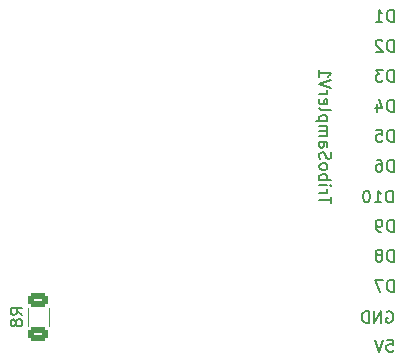
<source format=gbo>
G04 #@! TF.GenerationSoftware,KiCad,Pcbnew,6.0.2+dfsg-1*
G04 #@! TF.CreationDate,2023-08-17T23:32:23+01:00*
G04 #@! TF.ProjectId,TriboeletricSampler,54726962-6f65-46c6-9574-72696353616d,rev?*
G04 #@! TF.SameCoordinates,Original*
G04 #@! TF.FileFunction,Legend,Bot*
G04 #@! TF.FilePolarity,Positive*
%FSLAX46Y46*%
G04 Gerber Fmt 4.6, Leading zero omitted, Abs format (unit mm)*
G04 Created by KiCad (PCBNEW 6.0.2+dfsg-1) date 2023-08-17 23:32:23*
%MOMM*%
%LPD*%
G01*
G04 APERTURE LIST*
G04 Aperture macros list*
%AMRoundRect*
0 Rectangle with rounded corners*
0 $1 Rounding radius*
0 $2 $3 $4 $5 $6 $7 $8 $9 X,Y pos of 4 corners*
0 Add a 4 corners polygon primitive as box body*
4,1,4,$2,$3,$4,$5,$6,$7,$8,$9,$2,$3,0*
0 Add four circle primitives for the rounded corners*
1,1,$1+$1,$2,$3*
1,1,$1+$1,$4,$5*
1,1,$1+$1,$6,$7*
1,1,$1+$1,$8,$9*
0 Add four rect primitives between the rounded corners*
20,1,$1+$1,$2,$3,$4,$5,0*
20,1,$1+$1,$4,$5,$6,$7,0*
20,1,$1+$1,$6,$7,$8,$9,0*
20,1,$1+$1,$8,$9,$2,$3,0*%
G04 Aperture macros list end*
%ADD10C,0.150000*%
%ADD11C,0.120000*%
%ADD12R,1.130000X1.130000*%
%ADD13C,1.130000*%
%ADD14R,1.700000X1.700000*%
%ADD15O,1.700000X1.700000*%
%ADD16R,1.358000X1.358000*%
%ADD17C,1.358000*%
%ADD18RoundRect,0.250000X-0.625000X0.312500X-0.625000X-0.312500X0.625000X-0.312500X0.625000X0.312500X0*%
G04 APERTURE END LIST*
D10*
X201398095Y-76652380D02*
X201398095Y-75652380D01*
X201160000Y-75652380D01*
X201017142Y-75700000D01*
X200921904Y-75795238D01*
X200874285Y-75890476D01*
X200826666Y-76080952D01*
X200826666Y-76223809D01*
X200874285Y-76414285D01*
X200921904Y-76509523D01*
X201017142Y-76604761D01*
X201160000Y-76652380D01*
X201398095Y-76652380D01*
X199969523Y-75652380D02*
X200160000Y-75652380D01*
X200255238Y-75700000D01*
X200302857Y-75747619D01*
X200398095Y-75890476D01*
X200445714Y-76080952D01*
X200445714Y-76461904D01*
X200398095Y-76557142D01*
X200350476Y-76604761D01*
X200255238Y-76652380D01*
X200064761Y-76652380D01*
X199969523Y-76604761D01*
X199921904Y-76557142D01*
X199874285Y-76461904D01*
X199874285Y-76223809D01*
X199921904Y-76128571D01*
X199969523Y-76080952D01*
X200064761Y-76033333D01*
X200255238Y-76033333D01*
X200350476Y-76080952D01*
X200398095Y-76128571D01*
X200445714Y-76223809D01*
X201398095Y-86812380D02*
X201398095Y-85812380D01*
X201160000Y-85812380D01*
X201017142Y-85860000D01*
X200921904Y-85955238D01*
X200874285Y-86050476D01*
X200826666Y-86240952D01*
X200826666Y-86383809D01*
X200874285Y-86574285D01*
X200921904Y-86669523D01*
X201017142Y-86764761D01*
X201160000Y-86812380D01*
X201398095Y-86812380D01*
X200493333Y-85812380D02*
X199826666Y-85812380D01*
X200255238Y-86812380D01*
X201398095Y-66492380D02*
X201398095Y-65492380D01*
X201160000Y-65492380D01*
X201017142Y-65540000D01*
X200921904Y-65635238D01*
X200874285Y-65730476D01*
X200826666Y-65920952D01*
X200826666Y-66063809D01*
X200874285Y-66254285D01*
X200921904Y-66349523D01*
X201017142Y-66444761D01*
X201160000Y-66492380D01*
X201398095Y-66492380D01*
X200445714Y-65587619D02*
X200398095Y-65540000D01*
X200302857Y-65492380D01*
X200064761Y-65492380D01*
X199969523Y-65540000D01*
X199921904Y-65587619D01*
X199874285Y-65682857D01*
X199874285Y-65778095D01*
X199921904Y-65920952D01*
X200493333Y-66492380D01*
X199874285Y-66492380D01*
X201398095Y-63952380D02*
X201398095Y-62952380D01*
X201160000Y-62952380D01*
X201017142Y-63000000D01*
X200921904Y-63095238D01*
X200874285Y-63190476D01*
X200826666Y-63380952D01*
X200826666Y-63523809D01*
X200874285Y-63714285D01*
X200921904Y-63809523D01*
X201017142Y-63904761D01*
X201160000Y-63952380D01*
X201398095Y-63952380D01*
X199874285Y-63952380D02*
X200445714Y-63952380D01*
X200160000Y-63952380D02*
X200160000Y-62952380D01*
X200255238Y-63095238D01*
X200350476Y-63190476D01*
X200445714Y-63238095D01*
X201398095Y-84272380D02*
X201398095Y-83272380D01*
X201160000Y-83272380D01*
X201017142Y-83320000D01*
X200921904Y-83415238D01*
X200874285Y-83510476D01*
X200826666Y-83700952D01*
X200826666Y-83843809D01*
X200874285Y-84034285D01*
X200921904Y-84129523D01*
X201017142Y-84224761D01*
X201160000Y-84272380D01*
X201398095Y-84272380D01*
X200255238Y-83700952D02*
X200350476Y-83653333D01*
X200398095Y-83605714D01*
X200445714Y-83510476D01*
X200445714Y-83462857D01*
X200398095Y-83367619D01*
X200350476Y-83320000D01*
X200255238Y-83272380D01*
X200064761Y-83272380D01*
X199969523Y-83320000D01*
X199921904Y-83367619D01*
X199874285Y-83462857D01*
X199874285Y-83510476D01*
X199921904Y-83605714D01*
X199969523Y-83653333D01*
X200064761Y-83700952D01*
X200255238Y-83700952D01*
X200350476Y-83748571D01*
X200398095Y-83796190D01*
X200445714Y-83891428D01*
X200445714Y-84081904D01*
X200398095Y-84177142D01*
X200350476Y-84224761D01*
X200255238Y-84272380D01*
X200064761Y-84272380D01*
X199969523Y-84224761D01*
X199921904Y-84177142D01*
X199874285Y-84081904D01*
X199874285Y-83891428D01*
X199921904Y-83796190D01*
X199969523Y-83748571D01*
X200064761Y-83700952D01*
X200850476Y-90892380D02*
X201326666Y-90892380D01*
X201374285Y-91368571D01*
X201326666Y-91320952D01*
X201231428Y-91273333D01*
X200993333Y-91273333D01*
X200898095Y-91320952D01*
X200850476Y-91368571D01*
X200802857Y-91463809D01*
X200802857Y-91701904D01*
X200850476Y-91797142D01*
X200898095Y-91844761D01*
X200993333Y-91892380D01*
X201231428Y-91892380D01*
X201326666Y-91844761D01*
X201374285Y-91797142D01*
X200517142Y-90892380D02*
X200183809Y-91892380D01*
X199850476Y-90892380D01*
X201315864Y-79275293D02*
X201315864Y-78275293D01*
X201077769Y-78275293D01*
X200934912Y-78322913D01*
X200839674Y-78418151D01*
X200792055Y-78513389D01*
X200744436Y-78703865D01*
X200744436Y-78846722D01*
X200792055Y-79037198D01*
X200839674Y-79132436D01*
X200934912Y-79227674D01*
X201077769Y-79275293D01*
X201315864Y-79275293D01*
X199792055Y-79275293D02*
X200363483Y-79275293D01*
X200077769Y-79275293D02*
X200077769Y-78275293D01*
X200173007Y-78418151D01*
X200268245Y-78513389D01*
X200363483Y-78561008D01*
X199173007Y-78275293D02*
X199077769Y-78275293D01*
X198982531Y-78322913D01*
X198934912Y-78370532D01*
X198887293Y-78465770D01*
X198839674Y-78656246D01*
X198839674Y-78894341D01*
X198887293Y-79084817D01*
X198934912Y-79180055D01*
X198982531Y-79227674D01*
X199077769Y-79275293D01*
X199173007Y-79275293D01*
X199268245Y-79227674D01*
X199315864Y-79180055D01*
X199363483Y-79084817D01*
X199411102Y-78894341D01*
X199411102Y-78656246D01*
X199363483Y-78465770D01*
X199315864Y-78370532D01*
X199268245Y-78322913D01*
X199173007Y-78275293D01*
X196127619Y-79350476D02*
X196127619Y-78779047D01*
X195127619Y-79064761D02*
X196127619Y-79064761D01*
X195127619Y-78445714D02*
X195794285Y-78445714D01*
X195603809Y-78445714D02*
X195699047Y-78398095D01*
X195746666Y-78350476D01*
X195794285Y-78255238D01*
X195794285Y-78160000D01*
X195127619Y-77826666D02*
X195794285Y-77826666D01*
X196127619Y-77826666D02*
X196080000Y-77874285D01*
X196032380Y-77826666D01*
X196080000Y-77779047D01*
X196127619Y-77826666D01*
X196032380Y-77826666D01*
X195127619Y-77350476D02*
X196127619Y-77350476D01*
X195746666Y-77350476D02*
X195794285Y-77255238D01*
X195794285Y-77064761D01*
X195746666Y-76969523D01*
X195699047Y-76921904D01*
X195603809Y-76874285D01*
X195318095Y-76874285D01*
X195222857Y-76921904D01*
X195175238Y-76969523D01*
X195127619Y-77064761D01*
X195127619Y-77255238D01*
X195175238Y-77350476D01*
X195127619Y-76302857D02*
X195175238Y-76398095D01*
X195222857Y-76445714D01*
X195318095Y-76493333D01*
X195603809Y-76493333D01*
X195699047Y-76445714D01*
X195746666Y-76398095D01*
X195794285Y-76302857D01*
X195794285Y-76160000D01*
X195746666Y-76064761D01*
X195699047Y-76017142D01*
X195603809Y-75969523D01*
X195318095Y-75969523D01*
X195222857Y-76017142D01*
X195175238Y-76064761D01*
X195127619Y-76160000D01*
X195127619Y-76302857D01*
X195175238Y-75588571D02*
X195127619Y-75445714D01*
X195127619Y-75207619D01*
X195175238Y-75112380D01*
X195222857Y-75064761D01*
X195318095Y-75017142D01*
X195413333Y-75017142D01*
X195508571Y-75064761D01*
X195556190Y-75112380D01*
X195603809Y-75207619D01*
X195651428Y-75398095D01*
X195699047Y-75493333D01*
X195746666Y-75540952D01*
X195841904Y-75588571D01*
X195937142Y-75588571D01*
X196032380Y-75540952D01*
X196080000Y-75493333D01*
X196127619Y-75398095D01*
X196127619Y-75160000D01*
X196080000Y-75017142D01*
X195127619Y-74160000D02*
X195651428Y-74160000D01*
X195746666Y-74207619D01*
X195794285Y-74302857D01*
X195794285Y-74493333D01*
X195746666Y-74588571D01*
X195175238Y-74160000D02*
X195127619Y-74255238D01*
X195127619Y-74493333D01*
X195175238Y-74588571D01*
X195270476Y-74636190D01*
X195365714Y-74636190D01*
X195460952Y-74588571D01*
X195508571Y-74493333D01*
X195508571Y-74255238D01*
X195556190Y-74160000D01*
X195127619Y-73683809D02*
X195794285Y-73683809D01*
X195699047Y-73683809D02*
X195746666Y-73636190D01*
X195794285Y-73540952D01*
X195794285Y-73398095D01*
X195746666Y-73302857D01*
X195651428Y-73255238D01*
X195127619Y-73255238D01*
X195651428Y-73255238D02*
X195746666Y-73207619D01*
X195794285Y-73112380D01*
X195794285Y-72969523D01*
X195746666Y-72874285D01*
X195651428Y-72826666D01*
X195127619Y-72826666D01*
X195794285Y-72350476D02*
X194794285Y-72350476D01*
X195746666Y-72350476D02*
X195794285Y-72255238D01*
X195794285Y-72064761D01*
X195746666Y-71969523D01*
X195699047Y-71921904D01*
X195603809Y-71874285D01*
X195318095Y-71874285D01*
X195222857Y-71921904D01*
X195175238Y-71969523D01*
X195127619Y-72064761D01*
X195127619Y-72255238D01*
X195175238Y-72350476D01*
X195127619Y-71302857D02*
X195175238Y-71398095D01*
X195270476Y-71445714D01*
X196127619Y-71445714D01*
X195175238Y-70540952D02*
X195127619Y-70636190D01*
X195127619Y-70826666D01*
X195175238Y-70921904D01*
X195270476Y-70969523D01*
X195651428Y-70969523D01*
X195746666Y-70921904D01*
X195794285Y-70826666D01*
X195794285Y-70636190D01*
X195746666Y-70540952D01*
X195651428Y-70493333D01*
X195556190Y-70493333D01*
X195460952Y-70969523D01*
X195127619Y-70064761D02*
X195794285Y-70064761D01*
X195603809Y-70064761D02*
X195699047Y-70017142D01*
X195746666Y-69969523D01*
X195794285Y-69874285D01*
X195794285Y-69779047D01*
X196127619Y-69588571D02*
X195127619Y-69255238D01*
X196127619Y-68921904D01*
X195127619Y-68064761D02*
X195127619Y-68636190D01*
X195127619Y-68350476D02*
X196127619Y-68350476D01*
X195984761Y-68445714D01*
X195889523Y-68540952D01*
X195841904Y-68636190D01*
X201398095Y-81732380D02*
X201398095Y-80732380D01*
X201160000Y-80732380D01*
X201017142Y-80780000D01*
X200921904Y-80875238D01*
X200874285Y-80970476D01*
X200826666Y-81160952D01*
X200826666Y-81303809D01*
X200874285Y-81494285D01*
X200921904Y-81589523D01*
X201017142Y-81684761D01*
X201160000Y-81732380D01*
X201398095Y-81732380D01*
X200350476Y-81732380D02*
X200160000Y-81732380D01*
X200064761Y-81684761D01*
X200017142Y-81637142D01*
X199921904Y-81494285D01*
X199874285Y-81303809D01*
X199874285Y-80922857D01*
X199921904Y-80827619D01*
X199969523Y-80780000D01*
X200064761Y-80732380D01*
X200255238Y-80732380D01*
X200350476Y-80780000D01*
X200398095Y-80827619D01*
X200445714Y-80922857D01*
X200445714Y-81160952D01*
X200398095Y-81256190D01*
X200350476Y-81303809D01*
X200255238Y-81351428D01*
X200064761Y-81351428D01*
X199969523Y-81303809D01*
X199921904Y-81256190D01*
X199874285Y-81160952D01*
X201398095Y-69032380D02*
X201398095Y-68032380D01*
X201160000Y-68032380D01*
X201017142Y-68080000D01*
X200921904Y-68175238D01*
X200874285Y-68270476D01*
X200826666Y-68460952D01*
X200826666Y-68603809D01*
X200874285Y-68794285D01*
X200921904Y-68889523D01*
X201017142Y-68984761D01*
X201160000Y-69032380D01*
X201398095Y-69032380D01*
X200493333Y-68032380D02*
X199874285Y-68032380D01*
X200207619Y-68413333D01*
X200064761Y-68413333D01*
X199969523Y-68460952D01*
X199921904Y-68508571D01*
X199874285Y-68603809D01*
X199874285Y-68841904D01*
X199921904Y-68937142D01*
X199969523Y-68984761D01*
X200064761Y-69032380D01*
X200350476Y-69032380D01*
X200445714Y-68984761D01*
X200493333Y-68937142D01*
X201398095Y-74112380D02*
X201398095Y-73112380D01*
X201160000Y-73112380D01*
X201017142Y-73160000D01*
X200921904Y-73255238D01*
X200874285Y-73350476D01*
X200826666Y-73540952D01*
X200826666Y-73683809D01*
X200874285Y-73874285D01*
X200921904Y-73969523D01*
X201017142Y-74064761D01*
X201160000Y-74112380D01*
X201398095Y-74112380D01*
X199921904Y-73112380D02*
X200398095Y-73112380D01*
X200445714Y-73588571D01*
X200398095Y-73540952D01*
X200302857Y-73493333D01*
X200064761Y-73493333D01*
X199969523Y-73540952D01*
X199921904Y-73588571D01*
X199874285Y-73683809D01*
X199874285Y-73921904D01*
X199921904Y-74017142D01*
X199969523Y-74064761D01*
X200064761Y-74112380D01*
X200302857Y-74112380D01*
X200398095Y-74064761D01*
X200445714Y-74017142D01*
X200817794Y-88511671D02*
X200913032Y-88464051D01*
X201055890Y-88464051D01*
X201198747Y-88511671D01*
X201293985Y-88606909D01*
X201341604Y-88702147D01*
X201389223Y-88892623D01*
X201389223Y-89035480D01*
X201341604Y-89225956D01*
X201293985Y-89321194D01*
X201198747Y-89416432D01*
X201055890Y-89464051D01*
X200960651Y-89464051D01*
X200817794Y-89416432D01*
X200770175Y-89368813D01*
X200770175Y-89035480D01*
X200960651Y-89035480D01*
X200341604Y-89464051D02*
X200341604Y-88464051D01*
X199770175Y-89464051D01*
X199770175Y-88464051D01*
X199293985Y-89464051D02*
X199293985Y-88464051D01*
X199055890Y-88464051D01*
X198913032Y-88511671D01*
X198817794Y-88606909D01*
X198770175Y-88702147D01*
X198722556Y-88892623D01*
X198722556Y-89035480D01*
X198770175Y-89225956D01*
X198817794Y-89321194D01*
X198913032Y-89416432D01*
X199055890Y-89464051D01*
X199293985Y-89464051D01*
X201398095Y-71572380D02*
X201398095Y-70572380D01*
X201160000Y-70572380D01*
X201017142Y-70620000D01*
X200921904Y-70715238D01*
X200874285Y-70810476D01*
X200826666Y-71000952D01*
X200826666Y-71143809D01*
X200874285Y-71334285D01*
X200921904Y-71429523D01*
X201017142Y-71524761D01*
X201160000Y-71572380D01*
X201398095Y-71572380D01*
X199969523Y-70905714D02*
X199969523Y-71572380D01*
X200207619Y-70524761D02*
X200445714Y-71239047D01*
X199826666Y-71239047D01*
X169969488Y-88800336D02*
X169493298Y-88467003D01*
X169969488Y-88228907D02*
X168969488Y-88228907D01*
X168969488Y-88609860D01*
X169017108Y-88705098D01*
X169064727Y-88752717D01*
X169159965Y-88800336D01*
X169302822Y-88800336D01*
X169398060Y-88752717D01*
X169445679Y-88705098D01*
X169493298Y-88609860D01*
X169493298Y-88228907D01*
X169398060Y-89371764D02*
X169350441Y-89276526D01*
X169302822Y-89228907D01*
X169207584Y-89181288D01*
X169159965Y-89181288D01*
X169064727Y-89228907D01*
X169017108Y-89276526D01*
X168969488Y-89371764D01*
X168969488Y-89562241D01*
X169017108Y-89657479D01*
X169064727Y-89705098D01*
X169159965Y-89752717D01*
X169207584Y-89752717D01*
X169302822Y-89705098D01*
X169350441Y-89657479D01*
X169398060Y-89562241D01*
X169398060Y-89371764D01*
X169445679Y-89276526D01*
X169493298Y-89228907D01*
X169588536Y-89181288D01*
X169779012Y-89181288D01*
X169874250Y-89228907D01*
X169921869Y-89276526D01*
X169969488Y-89371764D01*
X169969488Y-89562241D01*
X169921869Y-89657479D01*
X169874250Y-89705098D01*
X169779012Y-89752717D01*
X169588536Y-89752717D01*
X169493298Y-89705098D01*
X169445679Y-89657479D01*
X169398060Y-89562241D01*
D11*
X172247108Y-88239939D02*
X172247108Y-89694067D01*
X170427108Y-88239939D02*
X170427108Y-89694067D01*
%LPC*%
D12*
X188638522Y-85039609D03*
D13*
X186098522Y-85039609D03*
X183558522Y-85039609D03*
X181018522Y-85039609D03*
X178478522Y-85039609D03*
X175938522Y-85039609D03*
X173398522Y-85039609D03*
X170858522Y-85039609D03*
X170858522Y-92979609D03*
X173398522Y-92979609D03*
X175938522Y-92979609D03*
X178478522Y-92979609D03*
X181018522Y-92979609D03*
X183558522Y-92979609D03*
X186098522Y-92979609D03*
X188638522Y-92979609D03*
D14*
X202560755Y-62723445D03*
D15*
X202560755Y-65263445D03*
X202560755Y-67803445D03*
X202560755Y-70343445D03*
X202560755Y-72883445D03*
X202560755Y-75423445D03*
X202560755Y-77963445D03*
X202560755Y-80503445D03*
X202560755Y-83043445D03*
X202560755Y-85583445D03*
X202560755Y-88123445D03*
X202560755Y-90663445D03*
D14*
X175860755Y-63500000D03*
D15*
X178400755Y-63500000D03*
D16*
X183071062Y-64866330D03*
D17*
X183071062Y-67406330D03*
X183071062Y-69946330D03*
X183071062Y-72486330D03*
X183071062Y-75026330D03*
X183071062Y-77566330D03*
X183071062Y-80106330D03*
X198311062Y-80106330D03*
X198311062Y-77566330D03*
X198311062Y-75026330D03*
X198311062Y-72486330D03*
X198311062Y-69946330D03*
X198311062Y-67406330D03*
X198311062Y-64866330D03*
D18*
X171337108Y-87504503D03*
X171337108Y-90429503D03*
M02*

</source>
